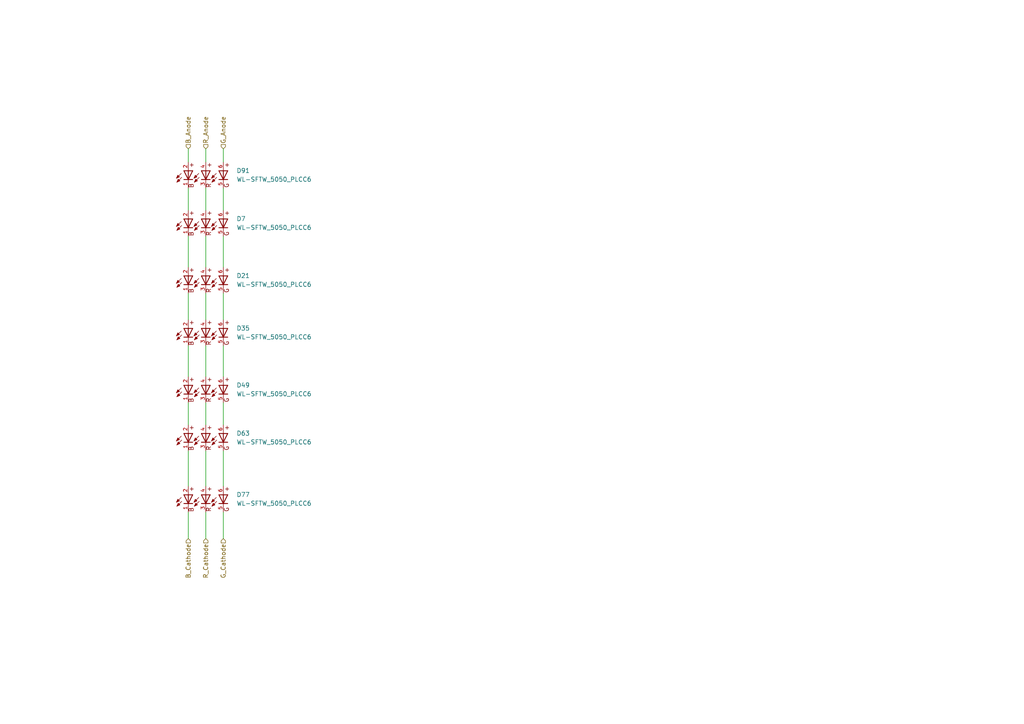
<source format=kicad_sch>
(kicad_sch (version 20250114) (generator "eeschema") (generator_version "9.0")
  (paper "A4")
  (lib_symbols
    (symbol "WL-SFTW_5050_PLCC6:WL-SFTW_5050_PLCC6" (pin_names (offset 1.016))
      (property "Reference" "D" (at 1.012 9.322 0))
      (property "Value" "WL-SFTW_5050_PLCC6" (at -1.216 -8.392 0))
      (symbol "WL-SFTW_5050_PLCC6_0_0"
        (polyline (pts (xy -0.762 8.382) (xy 0.127 8.001) (xy -0.381 7.493) (xy -0.762 8.382)) (stroke (width 0.1524)) (fill (type outline)))
        (polyline (pts (xy -0.762 3.302) (xy 0.127 2.921) (xy -0.381 2.413) (xy -0.762 3.302)) (stroke (width 0.1524)) (fill (type outline)))
        (polyline (pts (xy -0.762 -1.778) (xy 0.127 -2.159) (xy -0.381 -2.667) (xy -0.762 -1.778)) (stroke (width 0.1524)) (fill (type outline)))
        (polyline (pts (xy 0 5.08) (xy 0 6.35)) (stroke (width 0.254)))
        (polyline (pts (xy 0 5.08) (xy 2.54 6.35)) (stroke (width 0.254)))
        (polyline (pts (xy 0 3.81) (xy 0 5.08)) (stroke (width 0.254)))
        (polyline (pts (xy 0 0) (xy 0 1.27)) (stroke (width 0.254)))
        (polyline (pts (xy 0 0) (xy 2.54 1.27)) (stroke (width 0.254)))
        (polyline (pts (xy 0 -1.27) (xy 0 0)) (stroke (width 0.254)))
        (polyline (pts (xy 0 -5.08) (xy 0 -3.81)) (stroke (width 0.254)))
        (polyline (pts (xy 0 -5.08) (xy 2.54 -3.81)) (stroke (width 0.254)))
        (polyline (pts (xy 0 -6.35) (xy 0 -5.08)) (stroke (width 0.254)))
        (polyline (pts (xy 0.381 8.509) (xy 1.27 8.128) (xy 0.762 7.62) (xy 0.381 8.509)) (stroke (width 0.1524)) (fill (type outline)))
        (polyline (pts (xy 0.381 3.429) (xy 1.27 3.048) (xy 0.762 2.54) (xy 0.381 3.429)) (stroke (width 0.1524)) (fill (type outline)))
        (polyline (pts (xy 0.381 -1.651) (xy 1.27 -2.032) (xy 0.762 -2.54) (xy 0.381 -1.651)) (stroke (width 0.1524)) (fill (type outline)))
        (polyline (pts (xy 0.635 6.985) (xy -0.762 8.382)) (stroke (width 0.1524)))
        (polyline (pts (xy 0.635 1.905) (xy -0.762 3.302)) (stroke (width 0.1524)))
        (polyline (pts (xy 0.635 -3.175) (xy -0.762 -1.778)) (stroke (width 0.1524)))
        (polyline (pts (xy 1.778 7.112) (xy 0.381 8.509)) (stroke (width 0.1524)))
        (polyline (pts (xy 1.778 2.032) (xy 0.381 3.429)) (stroke (width 0.1524)))
        (polyline (pts (xy 1.778 -3.048) (xy 0.381 -1.651)) (stroke (width 0.1524)))
        (polyline (pts (xy 2.54 5.08) (xy 0 5.08)) (stroke (width 0.254)))
        (polyline (pts (xy 2.54 5.08) (xy 2.54 6.35)) (stroke (width 0.254)))
        (polyline (pts (xy 2.54 3.81) (xy 0 5.08)) (stroke (width 0.254)))
        (polyline (pts (xy 2.54 3.81) (xy 2.54 5.08)) (stroke (width 0.254)))
        (polyline (pts (xy 2.54 0) (xy 0 0)) (stroke (width 0.254)))
        (polyline (pts (xy 2.54 0) (xy 2.54 1.27)) (stroke (width 0.254)))
        (polyline (pts (xy 2.54 -1.27) (xy 0 0)) (stroke (width 0.254)))
        (polyline (pts (xy 2.54 -1.27) (xy 2.54 0)) (stroke (width 0.254)))
        (polyline (pts (xy 2.54 -5.08) (xy 0 -5.08)) (stroke (width 0.254)))
        (polyline (pts (xy 2.54 -5.08) (xy 2.54 -3.81)) (stroke (width 0.254)))
        (polyline (pts (xy 2.54 -6.35) (xy 0 -5.08)) (stroke (width 0.254)))
        (polyline (pts (xy 2.54 -6.35) (xy 2.54 -5.08)) (stroke (width 0.254)))
        (text "B" (at -2.51 3.472 0) (effects (font (size 1.27 1.27)) (justify left bottom)))
        (text "R" (at -2.45 -1.598 0) (effects (font (size 1.27 1.27)) (justify left bottom)))
        (text "G" (at -2.45 -6.768 0) (effects (font (size 1.27 1.27)) (justify left bottom)))
        (text "+" (at 3.334 3.434 0) (effects (font (size 1.27 1.27)) (justify left bottom)))
        (text "+" (at 3.334 -1.726 0) (effects (font (size 1.27 1.27)) (justify left bottom)))
        (text "+" (at 3.334 -6.826 0) (effects (font (size 1.27 1.27)) (justify left bottom)))
        (pin passive line (at -2.54 5.08 0) (length 2.54) (name "~") (number "1"))
        (pin passive line (at -2.54 0 0) (length 2.54) (name "~") (number "3"))
        (pin passive line (at -2.54 -5.08 0) (length 2.54) (name "~") (number "5"))
        (pin passive line (at 5.08 5.08 180) (length 2.54) (name "~") (number "2"))
        (pin passive line (at 5.08 0 180) (length 2.54) (name "~") (number "4"))
        (pin passive line (at 5.08 -5.08 180) (length 2.54) (name "~") (number "6"))
      )
    )
  )
  (wire (pts (xy 64.77 156.21) (xy 64.77 148.59)))
  (wire (pts (xy 59.69 85.09) (xy 59.69 92.71)))
  (wire (pts (xy 64.77 100.33) (xy 64.77 109.22)))
  (wire (pts (xy 54.61 54.61) (xy 54.61 60.96)))
  (wire (pts (xy 64.77 68.58) (xy 64.77 77.47)))
  (wire (pts (xy 64.77 116.84) (xy 64.77 123.19)))
  (wire (pts (xy 59.69 130.81) (xy 59.69 140.97)))
  (wire (pts (xy 64.77 130.81) (xy 64.77 140.97)))
  (wire (pts (xy 59.69 54.61) (xy 59.69 60.96)))
  (wire (pts (xy 54.61 116.84) (xy 54.61 123.19)))
  (wire (pts (xy 59.69 100.33) (xy 59.69 109.22)))
  (wire (pts (xy 64.77 85.09) (xy 64.77 92.71)))
  (wire (pts (xy 54.61 130.81) (xy 54.61 140.97)))
  (wire (pts (xy 59.69 68.58) (xy 59.69 77.47)))
  (wire (pts (xy 54.61 85.09) (xy 54.61 92.71)))
  (wire (pts (xy 54.61 68.58) (xy 54.61 77.47)))
  (wire (pts (xy 54.61 156.21) (xy 54.61 148.59)))
  (wire (pts (xy 59.69 156.21) (xy 59.69 148.59)))
  (wire (pts (xy 59.69 116.84) (xy 59.69 123.19)))
  (wire (pts (xy 54.61 43.18) (xy 54.61 46.99)))
  (wire (pts (xy 64.77 43.18) (xy 64.77 46.99)))
  (wire (pts (xy 64.77 54.61) (xy 64.77 60.96)))
  (wire (pts (xy 54.61 100.33) (xy 54.61 109.22)))
  (wire (pts (xy 59.69 43.18) (xy 59.69 46.99)))
  (hierarchical_label "G_Anode" (shape input) (at 64.77 43.18 90))
  (hierarchical_label "R_Cathode" (shape input) (at 59.69 156.21 270))
  (hierarchical_label "G_Cathode" (shape input) (at 64.77 156.21 270))
  (hierarchical_label "B_Anode" (shape input) (at 54.61 43.18 90))
  (hierarchical_label "R_Anode" (shape input) (at 59.69 43.18 90))
  (hierarchical_label "B_Cathode" (shape input) (at 54.61 156.21 270))
  (symbol (lib_id "WL-SFTW_5050_PLCC6:WL-SFTW_5050_PLCC6") (at 59.69 128.27 90) (unit 1)
    (property "Reference" "D59" (at 68.58 125.6905 90) (effects (justify right)))
    (property "Value" "WL-SFTW_5050_PLCC6" (at 68.58 128.2305 90) (effects (justify right)))
    (property "Footprint" "LED:WL-SFTW_5050_PLCC6" (effects (hide yes)))
    (property "DigiKey_Part_Number" "732-12000-1-ND" (effects (hide yes)))
    (property "SnapEDA_Link" "https://www.snapeda.com/parts/150505M173300/W%25C3%25BCrth+Elektronik+Midcom/view-part/?ref=snap" (effects (hide yes)))
    (property "Description_1" "Red, Green, Blue (RGB) 625nm Red, 520nm Green, 470nm Blue LED Indication - Discrete 2V Red, 3.2V Green, 3.2V Blue 6-SMD, J-Lead" (effects (hide yes)))
    (property "MF" "Würth Elektronik" (effects (hide yes)))
    (property "Package" "SMD-6 Würth Elektronik" (effects (hide yes)))
    (property "Check_prices" "https://www.snapeda.com/parts/150505M173300/W%25C3%25BCrth+Elektronik+Midcom/view-part/?ref=eda" (effects (hide yes)))
    (property "MP" "150505M173300" (effects (hide yes)))
    (instances (project "hell" (path "" (reference "D63") (unit 1)) (path "" (reference "D61") (unit 1)) (path "" (reference "D62") (unit 1)) (path "" (reference "D59") (unit 1)) (path "" (reference "D64") (unit 1)) (path "" (reference "D65") (unit 1)) (path "" (reference "D60") (unit 1)) (path "" (reference "D70") (unit 1)) (path "" (reference "D68") (unit 1)) (path "" (reference "D69") (unit 1)) (path "" (reference "D66") (unit 1)) (path "" (reference "D71") (unit 1)) (path "" (reference "D72") (unit 1)) (path "" (reference "D67") (unit 1))))
  )
  (symbol (lib_id "WL-SFTW_5050_PLCC6:WL-SFTW_5050_PLCC6") (at 59.69 66.04 90) (unit 1)
    (property "Reference" "D3" (at 68.58 63.4605 90) (effects (justify right)))
    (property "Value" "WL-SFTW_5050_PLCC6" (at 68.58 66.0005 90) (effects (justify right)))
    (property "Footprint" "LED:WL-SFTW_5050_PLCC6" (effects (hide yes)))
    (property "DigiKey_Part_Number" "732-12000-1-ND" (effects (hide yes)))
    (property "SnapEDA_Link" "https://www.snapeda.com/parts/150505M173300/W%25C3%25BCrth+Elektronik+Midcom/view-part/?ref=snap" (effects (hide yes)))
    (property "Description_1" "Red, Green, Blue (RGB) 625nm Red, 520nm Green, 470nm Blue LED Indication - Discrete 2V Red, 3.2V Green, 3.2V Blue 6-SMD, J-Lead" (effects (hide yes)))
    (property "MF" "Würth Elektronik" (effects (hide yes)))
    (property "Package" "SMD-6 Würth Elektronik" (effects (hide yes)))
    (property "Check_prices" "https://www.snapeda.com/parts/150505M173300/W%25C3%25BCrth+Elektronik+Midcom/view-part/?ref=eda" (effects (hide yes)))
    (property "MP" "150505M173300" (effects (hide yes)))
    (instances (project "hell" (path "" (reference "D7") (unit 1)) (path "" (reference "D5") (unit 1)) (path "" (reference "D6") (unit 1)) (path "" (reference "D3") (unit 1)) (path "" (reference "D8") (unit 1)) (path "" (reference "D9") (unit 1)) (path "" (reference "D4") (unit 1)) (path "" (reference "D14") (unit 1)) (path "" (reference "D12") (unit 1)) (path "" (reference "D13") (unit 1)) (path "" (reference "D10") (unit 1)) (path "" (reference "D15") (unit 1)) (path "" (reference "D16") (unit 1)) (path "" (reference "D11") (unit 1))))
  )
  (symbol (lib_id "WL-SFTW_5050_PLCC6:WL-SFTW_5050_PLCC6") (at 59.69 52.07 90) (unit 1)
    (property "Reference" "D87" (at 68.58 49.4905 90) (effects (justify right)))
    (property "Value" "WL-SFTW_5050_PLCC6" (at 68.58 52.0305 90) (effects (justify right)))
    (property "Footprint" "LED:WL-SFTW_5050_PLCC6" (effects (hide yes)))
    (property "DigiKey_Part_Number" "732-12000-1-ND" (effects (hide yes)))
    (property "SnapEDA_Link" "https://www.snapeda.com/parts/150505M173300/W%25C3%25BCrth+Elektronik+Midcom/view-part/?ref=snap" (effects (hide yes)))
    (property "Description_1" "Red, Green, Blue (RGB) 625nm Red, 520nm Green, 470nm Blue LED Indication - Discrete 2V Red, 3.2V Green, 3.2V Blue 6-SMD, J-Lead" (effects (hide yes)))
    (property "MF" "Würth Elektronik" (effects (hide yes)))
    (property "Package" "SMD-6 Würth Elektronik" (effects (hide yes)))
    (property "Check_prices" "https://www.snapeda.com/parts/150505M173300/W%25C3%25BCrth+Elektronik+Midcom/view-part/?ref=eda" (effects (hide yes)))
    (property "MP" "150505M173300" (effects (hide yes)))
    (instances (project "" (path "" (reference "D91") (unit 1)) (path "" (reference "D89") (unit 1)) (path "" (reference "D90") (unit 1)) (path "" (reference "D87") (unit 1)) (path "" (reference "D92") (unit 1)) (path "" (reference "D93") (unit 1)) (path "" (reference "D88") (unit 1)) (path "" (reference "D98") (unit 1)) (path "" (reference "D96") (unit 1)) (path "" (reference "D97") (unit 1)) (path "" (reference "D94") (unit 1)) (path "" (reference "D99") (unit 1)) (path "" (reference "D100") (unit 1)) (path "" (reference "D95") (unit 1))))
  )
  (symbol (lib_id "WL-SFTW_5050_PLCC6:WL-SFTW_5050_PLCC6") (at 59.69 97.79 90) (unit 1)
    (property "Reference" "D31" (at 68.58 95.2105 90) (effects (justify right)))
    (property "Value" "WL-SFTW_5050_PLCC6" (at 68.58 97.7505 90) (effects (justify right)))
    (property "Footprint" "LED:WL-SFTW_5050_PLCC6" (effects (hide yes)))
    (property "DigiKey_Part_Number" "732-12000-1-ND" (effects (hide yes)))
    (property "SnapEDA_Link" "https://www.snapeda.com/parts/150505M173300/W%25C3%25BCrth+Elektronik+Midcom/view-part/?ref=snap" (effects (hide yes)))
    (property "Description_1" "Red, Green, Blue (RGB) 625nm Red, 520nm Green, 470nm Blue LED Indication - Discrete 2V Red, 3.2V Green, 3.2V Blue 6-SMD, J-Lead" (effects (hide yes)))
    (property "MF" "Würth Elektronik" (effects (hide yes)))
    (property "Package" "SMD-6 Würth Elektronik" (effects (hide yes)))
    (property "Check_prices" "https://www.snapeda.com/parts/150505M173300/W%25C3%25BCrth+Elektronik+Midcom/view-part/?ref=eda" (effects (hide yes)))
    (property "MP" "150505M173300" (effects (hide yes)))
    (instances (project "hell" (path "" (reference "D35") (unit 1)) (path "" (reference "D33") (unit 1)) (path "" (reference "D34") (unit 1)) (path "" (reference "D31") (unit 1)) (path "" (reference "D36") (unit 1)) (path "" (reference "D37") (unit 1)) (path "" (reference "D32") (unit 1)) (path "" (reference "D42") (unit 1)) (path "" (reference "D40") (unit 1)) (path "" (reference "D41") (unit 1)) (path "" (reference "D38") (unit 1)) (path "" (reference "D43") (unit 1)) (path "" (reference "D44") (unit 1)) (path "" (reference "D39") (unit 1))))
  )
  (symbol (lib_id "WL-SFTW_5050_PLCC6:WL-SFTW_5050_PLCC6") (at 59.69 82.55 90) (unit 1)
    (property "Reference" "D17" (at 68.58 79.9705 90) (effects (justify right)))
    (property "Value" "WL-SFTW_5050_PLCC6" (at 68.58 82.5105 90) (effects (justify right)))
    (property "Footprint" "LED:WL-SFTW_5050_PLCC6" (effects (hide yes)))
    (property "DigiKey_Part_Number" "732-12000-1-ND" (effects (hide yes)))
    (property "SnapEDA_Link" "https://www.snapeda.com/parts/150505M173300/W%25C3%25BCrth+Elektronik+Midcom/view-part/?ref=snap" (effects (hide yes)))
    (property "Description_1" "Red, Green, Blue (RGB) 625nm Red, 520nm Green, 470nm Blue LED Indication - Discrete 2V Red, 3.2V Green, 3.2V Blue 6-SMD, J-Lead" (effects (hide yes)))
    (property "MF" "Würth Elektronik" (effects (hide yes)))
    (property "Package" "SMD-6 Würth Elektronik" (effects (hide yes)))
    (property "Check_prices" "https://www.snapeda.com/parts/150505M173300/W%25C3%25BCrth+Elektronik+Midcom/view-part/?ref=eda" (effects (hide yes)))
    (property "MP" "150505M173300" (effects (hide yes)))
    (instances (project "hell" (path "" (reference "D21") (unit 1)) (path "" (reference "D19") (unit 1)) (path "" (reference "D20") (unit 1)) (path "" (reference "D17") (unit 1)) (path "" (reference "D22") (unit 1)) (path "" (reference "D23") (unit 1)) (path "" (reference "D18") (unit 1)) (path "" (reference "D28") (unit 1)) (path "" (reference "D26") (unit 1)) (path "" (reference "D27") (unit 1)) (path "" (reference "D24") (unit 1)) (path "" (reference "D29") (unit 1)) (path "" (reference "D30") (unit 1)) (path "" (reference "D25") (unit 1))))
  )
  (symbol (lib_id "WL-SFTW_5050_PLCC6:WL-SFTW_5050_PLCC6") (at 59.69 146.05 90) (unit 1)
    (property "Reference" "D73" (at 68.58 143.4705 90) (effects (justify right)))
    (property "Value" "WL-SFTW_5050_PLCC6" (at 68.58 146.0105 90) (effects (justify right)))
    (property "Footprint" "LED:WL-SFTW_5050_PLCC6" (effects (hide yes)))
    (property "DigiKey_Part_Number" "732-12000-1-ND" (effects (hide yes)))
    (property "SnapEDA_Link" "https://www.snapeda.com/parts/150505M173300/W%25C3%25BCrth+Elektronik+Midcom/view-part/?ref=snap" (effects (hide yes)))
    (property "Description_1" "Red, Green, Blue (RGB) 625nm Red, 520nm Green, 470nm Blue LED Indication - Discrete 2V Red, 3.2V Green, 3.2V Blue 6-SMD, J-Lead" (effects (hide yes)))
    (property "MF" "Würth Elektronik" (effects (hide yes)))
    (property "Package" "SMD-6 Würth Elektronik" (effects (hide yes)))
    (property "Check_prices" "https://www.snapeda.com/parts/150505M173300/W%25C3%25BCrth+Elektronik+Midcom/view-part/?ref=eda" (effects (hide yes)))
    (property "MP" "150505M173300" (effects (hide yes)))
    (instances (project "hell" (path "" (reference "D77") (unit 1)) (path "" (reference "D75") (unit 1)) (path "" (reference "D76") (unit 1)) (path "" (reference "D73") (unit 1)) (path "" (reference "D78") (unit 1)) (path "" (reference "D79") (unit 1)) (path "" (reference "D74") (unit 1)) (path "" (reference "D84") (unit 1)) (path "" (reference "D82") (unit 1)) (path "" (reference "D83") (unit 1)) (path "" (reference "D80") (unit 1)) (path "" (reference "D85") (unit 1)) (path "" (reference "D86") (unit 1)) (path "" (reference "D81") (unit 1))))
  )
  (symbol (lib_id "WL-SFTW_5050_PLCC6:WL-SFTW_5050_PLCC6") (at 59.69 114.3 90) (unit 1)
    (property "Reference" "D45" (at 68.58 111.7205 90) (effects (justify right)))
    (property "Value" "WL-SFTW_5050_PLCC6" (at 68.58 114.2605 90) (effects (justify right)))
    (property "Footprint" "LED:WL-SFTW_5050_PLCC6" (effects (hide yes)))
    (property "DigiKey_Part_Number" "732-12000-1-ND" (effects (hide yes)))
    (property "SnapEDA_Link" "https://www.snapeda.com/parts/150505M173300/W%25C3%25BCrth+Elektronik+Midcom/view-part/?ref=snap" (effects (hide yes)))
    (property "Description_1" "Red, Green, Blue (RGB) 625nm Red, 520nm Green, 470nm Blue LED Indication - Discrete 2V Red, 3.2V Green, 3.2V Blue 6-SMD, J-Lead" (effects (hide yes)))
    (property "MF" "Würth Elektronik" (effects (hide yes)))
    (property "Package" "SMD-6 Würth Elektronik" (effects (hide yes)))
    (property "Check_prices" "https://www.snapeda.com/parts/150505M173300/W%25C3%25BCrth+Elektronik+Midcom/view-part/?ref=eda" (effects (hide yes)))
    (property "MP" "150505M173300" (effects (hide yes)))
    (instances (project "hell" (path "" (reference "D49") (unit 1)) (path "" (reference "D47") (unit 1)) (path "" (reference "D48") (unit 1)) (path "" (reference "D45") (unit 1)) (path "" (reference "D50") (unit 1)) (path "" (reference "D51") (unit 1)) (path "" (reference "D46") (unit 1)) (path "" (reference "D56") (unit 1)) (path "" (reference "D54") (unit 1)) (path "" (reference "D55") (unit 1)) (path "" (reference "D52") (unit 1)) (path "" (reference "D57") (unit 1)) (path "" (reference "D58") (unit 1)) (path "" (reference "D53") (unit 1))))
  )
)
</source>
